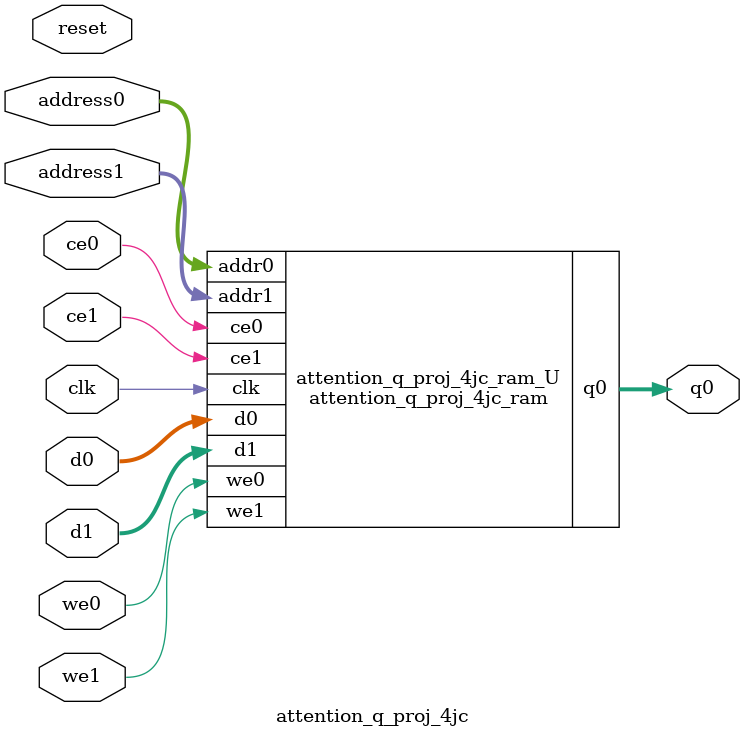
<source format=v>
`timescale 1 ns / 1 ps
module attention_q_proj_4jc_ram (addr0, ce0, d0, we0, q0, addr1, ce1, d1, we1,  clk);

parameter DWIDTH = 38;
parameter AWIDTH = 7;
parameter MEM_SIZE = 96;

input[AWIDTH-1:0] addr0;
input ce0;
input[DWIDTH-1:0] d0;
input we0;
output reg[DWIDTH-1:0] q0;
input[AWIDTH-1:0] addr1;
input ce1;
input[DWIDTH-1:0] d1;
input we1;
input clk;

(* ram_style = "block" *)reg [DWIDTH-1:0] ram[0:MEM_SIZE-1];




always @(posedge clk)  
begin 
    if (ce0) begin
        if (we0) 
            ram[addr0] <= d0; 
        q0 <= ram[addr0];
    end
end


always @(posedge clk)  
begin 
    if (ce1) begin
        if (we1) 
            ram[addr1] <= d1; 
    end
end


endmodule

`timescale 1 ns / 1 ps
module attention_q_proj_4jc(
    reset,
    clk,
    address0,
    ce0,
    we0,
    d0,
    q0,
    address1,
    ce1,
    we1,
    d1);

parameter DataWidth = 32'd38;
parameter AddressRange = 32'd96;
parameter AddressWidth = 32'd7;
input reset;
input clk;
input[AddressWidth - 1:0] address0;
input ce0;
input we0;
input[DataWidth - 1:0] d0;
output[DataWidth - 1:0] q0;
input[AddressWidth - 1:0] address1;
input ce1;
input we1;
input[DataWidth - 1:0] d1;



attention_q_proj_4jc_ram attention_q_proj_4jc_ram_U(
    .clk( clk ),
    .addr0( address0 ),
    .ce0( ce0 ),
    .we0( we0 ),
    .d0( d0 ),
    .q0( q0 ),
    .addr1( address1 ),
    .ce1( ce1 ),
    .we1( we1 ),
    .d1( d1 ));

endmodule


</source>
